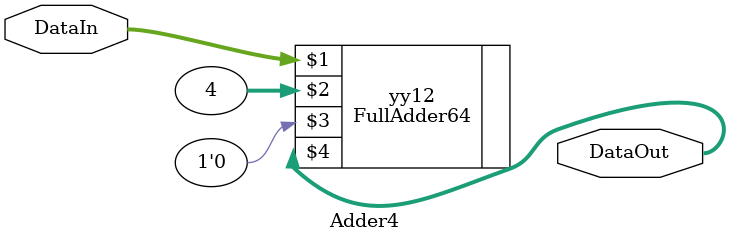
<source format=v>
module Adder4(input[63:0]DataIn,output[63:0] DataOut);
  FullAdder64 yy12(DataIn,4,1'b0,DataOut,);
endmodule

</source>
